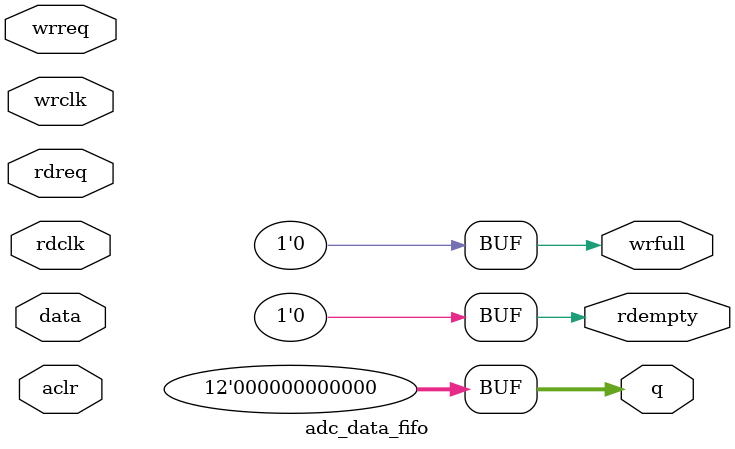
<source format=v>
module adc_data_fifo(	// file.cleaned.mlir:2:3
  input         aclr,	// file.cleaned.mlir:2:31
  input  [11:0] data,	// file.cleaned.mlir:2:46
  input         rdclk,	// file.cleaned.mlir:2:62
                rdreq,	// file.cleaned.mlir:2:78
                wrclk,	// file.cleaned.mlir:2:94
                wrreq,	// file.cleaned.mlir:2:110
  output [11:0] q,	// file.cleaned.mlir:2:127
  output        rdempty,	// file.cleaned.mlir:2:140
                wrfull	// file.cleaned.mlir:2:158
);

  assign q = 12'h0;	// file.cleaned.mlir:3:15, :5:5
  assign rdempty = 1'h0;	// file.cleaned.mlir:4:14, :5:5
  assign wrfull = 1'h0;	// file.cleaned.mlir:4:14, :5:5
endmodule


</source>
